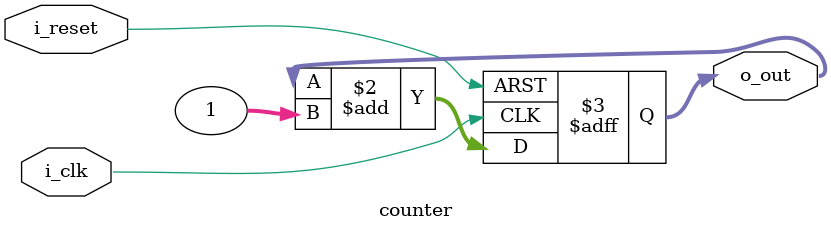
<source format=v>
module counter #(parameter WIDTH=32) (
  output reg [WIDTH-1:0] o_out,
  input                  i_clk,
  input	                 i_reset
);

  always @(posedge i_clk or posedge i_reset) begin
    // we use an asynchronous reset
    if (i_reset) begin
      o_out <= {WIDTH{1'b0}};
    end else begin
      o_out <= o_out + {{WIDTH-1{1'b0}},1'b1};
    end
  end

endmodule // counter

</source>
